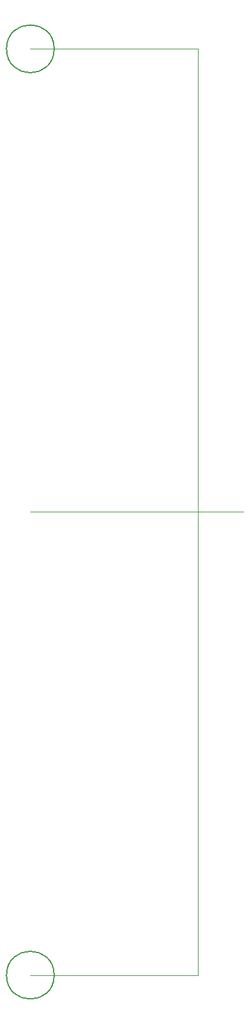
<source format=gbr>
%TF.GenerationSoftware,KiCad,Pcbnew,7.0.10*%
%TF.CreationDate,2024-04-30T16:54:11+09:00*%
%TF.ProjectId,Panel_board,50616e65-6c5f-4626-9f61-72642e6b6963,rev?*%
%TF.SameCoordinates,Original*%
%TF.FileFunction,Other,Comment*%
%FSLAX46Y46*%
G04 Gerber Fmt 4.6, Leading zero omitted, Abs format (unit mm)*
G04 Created by KiCad (PCBNEW 7.0.10) date 2024-04-30 16:54:11*
%MOMM*%
%LPD*%
G01*
G04 APERTURE LIST*
%ADD10C,0.100000*%
%ADD11C,0.150000*%
G04 APERTURE END LIST*
D10*
X0Y-62000000D02*
X28575000Y-62000000D01*
X0Y0D02*
X22500000Y0D01*
X22500000Y0D02*
X22500000Y-124000000D01*
X0Y-124000000D02*
X22500000Y-124000000D01*
D11*
%TO.C,H2*%
X3200000Y-124000000D02*
G75*
G03*
X-3200000Y-124000000I-3200000J0D01*
G01*
X-3200000Y-124000000D02*
G75*
G03*
X3200000Y-124000000I3200000J0D01*
G01*
%TO.C,H1*%
X3200000Y0D02*
G75*
G03*
X-3200000Y0I-3200000J0D01*
G01*
X-3200000Y0D02*
G75*
G03*
X3200000Y0I3200000J0D01*
G01*
%TD*%
M02*

</source>
